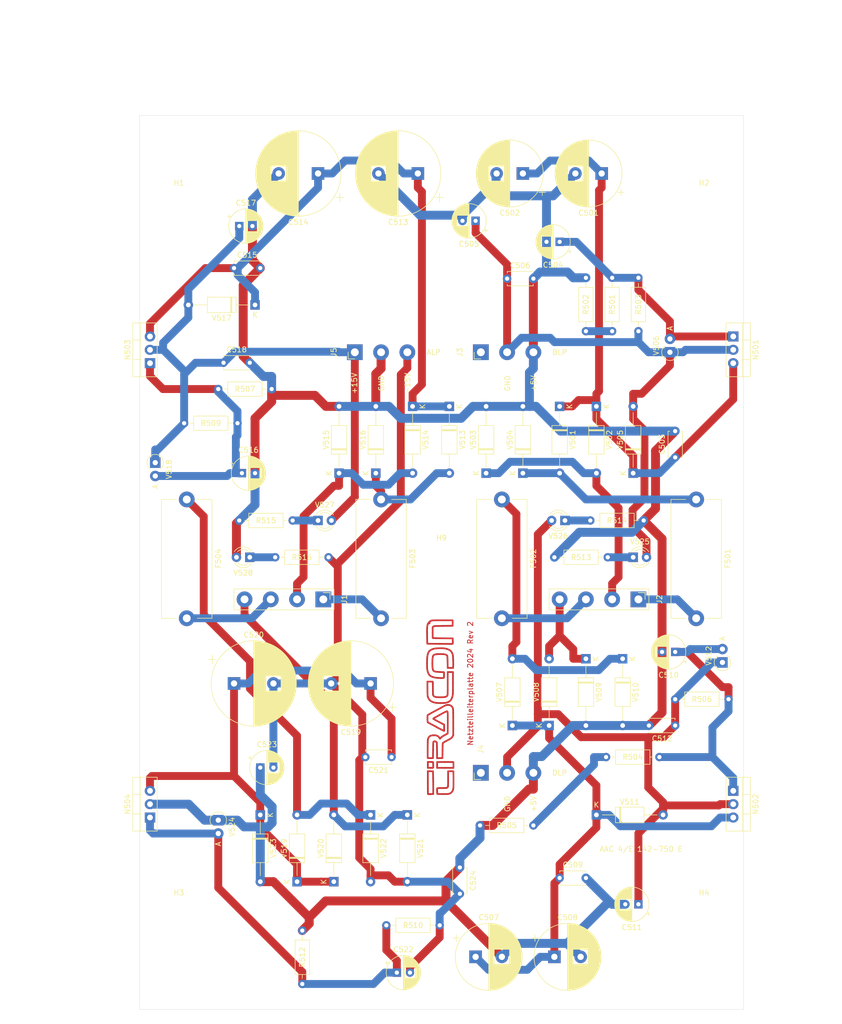
<source format=kicad_pcb>
(kicad_pcb (version 20221018) (generator pcbnew)

  (general
    (thickness 1.6)
  )

  (paper "A4")
  (layers
    (0 "F.Cu" signal)
    (31 "B.Cu" signal)
    (32 "B.Adhes" user "B.Adhesive")
    (33 "F.Adhes" user "F.Adhesive")
    (34 "B.Paste" user)
    (35 "F.Paste" user)
    (36 "B.SilkS" user "B.Silkscreen")
    (37 "F.SilkS" user "F.Silkscreen")
    (38 "B.Mask" user)
    (39 "F.Mask" user)
    (40 "Dwgs.User" user "User.Drawings")
    (41 "Cmts.User" user "User.Comments")
    (42 "Eco1.User" user "User.Eco1")
    (43 "Eco2.User" user "User.Eco2")
    (44 "Edge.Cuts" user)
    (45 "Margin" user)
    (46 "B.CrtYd" user "B.Courtyard")
    (47 "F.CrtYd" user "F.Courtyard")
    (48 "B.Fab" user)
    (49 "F.Fab" user)
  )

  (setup
    (pad_to_mask_clearance 0)
    (pcbplotparams
      (layerselection 0x00010fc_ffffffff)
      (plot_on_all_layers_selection 0x0000000_00000000)
      (disableapertmacros false)
      (usegerberextensions false)
      (usegerberattributes true)
      (usegerberadvancedattributes true)
      (creategerberjobfile true)
      (dashed_line_dash_ratio 12.000000)
      (dashed_line_gap_ratio 3.000000)
      (svgprecision 4)
      (plotframeref false)
      (viasonmask false)
      (mode 1)
      (useauxorigin false)
      (hpglpennumber 1)
      (hpglpenspeed 20)
      (hpglpendiameter 15.000000)
      (dxfpolygonmode true)
      (dxfimperialunits true)
      (dxfusepcbnewfont true)
      (psnegative false)
      (psa4output false)
      (plotreference true)
      (plotvalue true)
      (plotinvisibletext false)
      (sketchpadsonfab false)
      (subtractmaskfromsilk false)
      (outputformat 1)
      (mirror false)
      (drillshape 0)
      (scaleselection 1)
      (outputdirectory "NLP1_new")
    )
  )

  (net 0 "")
  (net 1 "GND")
  (net 2 "Net-(N501-VI)")
  (net 3 "Net-(N501-GND)")
  (net 4 "Net-(J3-Pin_2)")
  (net 5 "Net-(N502-VI)")
  (net 6 "Net-(N502-GND)")
  (net 7 "Net-(J4-Pin_2)")
  (net 8 "Net-(N503-VI)")
  (net 9 "Net-(N503-GND)")
  (net 10 "Net-(J5-Pin_1)")
  (net 11 "Net-(J5-Pin_3)")
  (net 12 "Net-(N504-VI)")
  (net 13 "Net-(N504-GND)")
  (net 14 "501")
  (net 15 "Net-(V501-A)")
  (net 16 "503")
  (net 17 "Net-(V507-A)")
  (net 18 "505")
  (net 19 "Net-(V513-A)")
  (net 20 "507")
  (net 21 "Net-(V519-A)")
  (net 22 "506")
  (net 23 "502")
  (net 24 "Net-(R501-Pad2)")
  (net 25 "Net-(R504-Pad2)")
  (net 26 "unconnected-(J3-Pin_1-Pad1)")
  (net 27 "unconnected-(J4-Pin_1-Pad1)")
  (net 28 "Net-(V525-K)")
  (net 29 "Net-(V526-K)")
  (net 30 "504")
  (net 31 "508")
  (net 32 "Net-(V527-K)")
  (net 33 "Net-(V528-K)")

  (footprint "LED_THT:LED_D3.0mm" (layer "F.Cu") (at 94 84))

  (footprint "MountingHole:MountingHole_10mm_M9" (layer "F.Cu") (at 12.5 7.5))

  (footprint "MountingHole:MountingHole_10mm_M9" (layer "F.Cu") (at 102.5 7.5))

  (footprint "MountingHole:MountingHole_10mm_M9" (layer "F.Cu") (at 12.5 162.5))

  (footprint "MountingHole:MountingHole_10mm_M9" (layer "F.Cu") (at 102.5 162.5))

  (footprint "MountingHole:MountingHole_3.7mm" (layer "F.Cu") (at 107.5 152.5))

  (footprint "MountingHole:MountingHole_3.7mm" (layer "F.Cu") (at 7.5 152.5))

  (footprint "MountingHole:MountingHole_3.7mm" (layer "F.Cu") (at 107.5 17.5))

  (footprint "MountingHole:MountingHole_3.7mm" (layer "F.Cu") (at 7.5 17.5))

  (footprint "Connector_PinHeader_2.54mm:PinHeader_1x03_P5mm_Vertical" (layer "F.Cu") (at 41 45 90))

  (footprint "Connector_PinHeader_2.54mm:PinHeader_1x03_P5mm_Vertical" (layer "F.Cu") (at 65 125 90))

  (footprint "Resistor_THT:R_Axial_DIN0207_L6.3mm_D2.5mm_P10.16mm_Horizontal" (layer "F.Cu") (at 85 41 90))

  (footprint "Resistor_THT:R_Axial_DIN0207_L6.3mm_D2.5mm_P10.16mm_Horizontal" (layer "F.Cu") (at 90 30.84 -90))

  (footprint "Package_TO_SOT_THT:TO-220-3_Vertical" (layer "F.Cu") (at 113.055 42 -90))

  (footprint "Capacitor_THT:CP_Radial_D12.5mm_P5.00mm" (layer "F.Cu") (at 88 11 180))

  (footprint "Capacitor_THT:CP_Radial_D12.5mm_P5.00mm" (layer "F.Cu") (at 73 11 180))

  (footprint "Capacitor_THT:C_Disc_D4.7mm_W2.5mm_P5.00mm" (layer "F.Cu") (at 102 65 90))

  (footprint "Capacitor_THT:CP_Radial_D6.3mm_P2.50mm" (layer "F.Cu") (at 80 24 180))

  (footprint "Capacitor_THT:CP_Radial_D6.3mm_P2.50mm" (layer "F.Cu") (at 64 20 180))

  (footprint "Capacitor_THT:C_Disc_D4.7mm_W2.5mm_P5.00mm" (layer "F.Cu") (at 70 31))

  (footprint "Capacitor_THT:CP_Radial_D12.5mm_P5.00mm" (layer "F.Cu")
    (tstamp 00000000-0000-0000-0000-000060aae87b)
    (at 64 160)
    (descr "CP, Radial series, Radial, pin pitch=5.00mm, , diameter=12.5mm, Electrolytic Capacitor")
    (tags "CP Radial series Radial pin pitch 5.00mm  diameter 12.5mm Electrolytic Capacitor")
    (property "Sheetfile" "NLP.kicad_sch")
    (property "Sheetname" "")
    (path "/00000000-0000-0000-0000-000060b2811d")
    (attr through_hole)
    (fp_text reference "C507" (at 2.5 -7.5) (layer "F.SilkS")
        (effects (font (size 1 1) (thickness 0.15)))
      (tstamp bc086619-669f-4ea2-a0eb-9d0e131562dc)
    )
    (fp_text value "2200µ/16V" (at 2.5 7.5) (layer "F.Fab")
        (effects (font (size 1 1) (thickness 0.15)))
      (tstamp 348b7e80-1b56-4210-90ae-278ff3eb4cd0)
    )
    (fp_text user "${REFERENCE}" (at 2.5 0) (layer "F.Fab")
        (effects (font (size 1 1) (thickness 0.15)))
      (tstamp ac9fad7c-a042-4b4a-b167-d41af5749816)
    )
    (fp_line (start -4.317082 -3.575) (end -3.067082 -3.575)
      (stroke (width 0.12) (type solid)) (layer "F.SilkS") (tstamp ca3e5c51-6c6e-431f-a6ca-e0b3cd4f6ce7))
    (fp_line (start -3.692082 -4.2) (end -3.692082 -2.95)
      (stroke (width 0.12) (type solid)) (layer "F.SilkS") (tstamp 891829cc-169a-4f12-ac4e-c9b1e45a6ab7))
    (fp_line (start 2.5 -6.33) (end 2.5 6.33)
      (stroke (width 0.12) (type solid)) (layer "F.SilkS") (tstamp 4e83a7d6-3990-4cdd-9da0-b5fe22f09fb1))
    (fp_line (start 2.54 -6.33) (end 2.54 6.33)
      (stroke (width 0.12) (type solid)) (layer "F.SilkS") (tstamp 3e038e06-3971-4d57-965d-e90be8829127))
    (fp_line (start 2.58 -6.33) (end 2.58 6.33)
      (stroke (width 0.12) (type solid)) (layer "F.SilkS") (tstamp adb254ef-405f-4190-bb07-efafc578bde0))
    (fp_line (start 2.62 -6.329) (end 2.62 6.329)
      (stroke (width 0.12) (type solid)) (layer "F.SilkS") (tstamp a0c12d43-b0f3-447b-bb45-1c4ec4531ac6))
    (fp_line (start 2.66 -6.328) (end 2.66 6.328)
      (stroke (width 0.12) (type solid)) (layer "F.SilkS") (tstamp b6bc1eac-06c5-4814-b5d0-22790d674ef5))
    (fp_line (start 2.7 -6.327) (end 2.7 6.327)
      (stroke (width 0.12) (type solid)) (layer "F.SilkS") (tstamp 594d57cc-671e-42c0-9b11-1bdd8c784276))
    (fp_line (start 2.74 -6.326) (end 2.74 6.326)
      (stroke (width 0.12) (type solid)) (layer "F.SilkS") (tstamp 47303c51-7c47-4331-b679-c1966c0d5f9b))
    (fp_line (start 2.78 -6.324) (end 2.78 6.324)
      (stroke (width 0.12) (type solid)) (layer "F.SilkS") (tstamp dda6bbf0-2f96-416b-aa94-2ff579294c7c))
    (fp_line (start 2.82 -6.322) (end 2.82 6.322)
      (stroke (width 0.12) (type solid)) (layer "F.SilkS") (tstamp 707b3d5f-43a8-4e10-921e-099acabc39d0))
    (fp_line (start 2.86 -6.32) (end 2.86 6.32)
      (stroke (width 0.12) (type solid)) (layer "F.SilkS") (tstamp b8c43310-2034-423c-a5de-4853dbe0298f))
    (fp_line (start 2.9 -6.318) (end 2.9 6.318)
      (stroke (width 0.12) (type solid)) (layer "F.SilkS") (tstamp d8165c6b-c451-4153-b8da-3adab899e3fc))
    (fp_line (start 2.94 -6.315) (end 2.94 6.315)
      (stroke (width 0.12) (type solid)) (layer "F.SilkS") (tstamp 4897a228-d94f-47fe-90d2-5046f61a6a9f))
    (fp_line (start 2.98 -6.312) (end 2.98 6.312)
      (stroke (width 0.12) (type solid)) (layer "F.SilkS") (tstamp c34fc74c-5f9b-412d-acc4-335468bba71d))
    (fp_line (start 3.02 -6.309) (end 3.02 6.309)
      (stroke (width 0.12) (type solid)) (layer "F.SilkS") (tstamp 68bb24a5-936b-46ba-8071-5704a9e66a85))
    (fp_line (start 3.06 -6.306) (end 3.06 6.306)
      (stroke (width 0.12) (type solid)) (layer "F.SilkS") (tstamp 6f7a507a-f0fd-46ed-b5c7-8b3e628f53c7))
    (fp_line (start 3.1 -6.302) (end 3.1 6.302)
      (stroke (width 0.12) (type solid)) (layer "F.SilkS") (tstamp a06a138d-ae58-4c41-bddb-849cabf5e21b))
    (fp_line (start 3.14 -6.298) (end 3.14 6.298)
      (stroke (width 0.12) (type solid)) (layer "F.SilkS") (tstamp 6cccbf91-7762-4eae-9c1b-5083d6f9296e))
    (fp_line (start 3.18 -6.294) (end 3.18 6.294)
      (stroke (width 0.12) (type solid)) (layer "F.SilkS") (tstamp 6364cdbe-63aa-4945-8535-70cfd0708e25))
    (fp_line (start 3.221 -6.29) (end 3.221 6.29)
      (stroke (width 0.12) (type solid)) (layer "F.SilkS") (tstamp dd71eb64-edf0-4c24-b685-326a18ced54e))
    (fp_line (start 3.261 -6.285) (end 3.261 6.285)
      (stroke (width 0.12) (type solid)) (layer "F.SilkS") (tstamp 34963a40-3a36-483b-b492-33da809b0eeb))
    (fp_line (start 3.301 -6.28) (end 3.301 6.28)
      (stroke (width 0.12) (type solid)) (layer "F.SilkS") (tstamp f154b253-515e-449a-964a-8d3e15fc8793))
    (fp_line (start 3.341 -6.275) (end 3.341 6.275)
      (stroke (width 0.12) (type solid)) (layer "F.SilkS") (tstamp 35cba27a-68ea-48a5-a1ba-16fae5bd08f3))
    (fp_line (start 3.381 -6.269) (end 3.381 6.269)
      (stroke (width 0.12) (type solid)) (layer "F.SilkS") (tstamp 052de3f7-14ee-4f3d-8e1f-8c011d7f251f))
    (fp_line (start 3.421 -6.264) (end 3.421 6.264)
      (stroke (width 0.12) (type solid)) (layer "F.SilkS") (tstamp 406058d3-4477-4047-b5a7-ece6324513e9))
    (fp_line (start 3.461 -6.258) (end 3.461 6.258)
      (stroke (width 0.12) (type solid)) (layer "F.SilkS") (tstamp cc4321cc-8782-4e08-8722-e2269cd79ccc))
    (fp_line (start 3.501 -6.252) (end 3.501 6.252)
      (stroke (width 0.12) (type solid)) (layer "F.SilkS") (tstamp 350f71a1-c4b0-45f4-9e8e-07684125b0e0))
    (fp_line (start 3.541 -6.245) (end 3.541 6.245)
      (stroke (width 0.12) (type solid)) (layer "F.SilkS") (tstamp 28eebce2-dd4e-4ef8-be98-a653d99be173))
    (fp_line (start 3.581 -6.238) (end 3.581 -1.44)
      (stroke (width 0.12) (type solid)) (layer "F.SilkS") (tstamp dc349898-5396-4de4-b040-dd129182cbfa))
    (fp_line (start 3.581 1.44) (end 3.581 6.238)
      (stroke (width 0.12) (type solid)) (layer "F.SilkS") (tstamp 6a569767-1d85-4d18-b446-9e42cc93387b))
    (fp_line (start 3.621 -6.231) (end 3.621 -1.44)
      (stroke (width 0.12) (type solid)) (layer "F.SilkS") (tstamp 6dd6888b-3132-433d-bc7b-708303cce4c2))
    (fp_line (start 3.621 1.44) (end 3.621 6.231)
      (stroke (width 0.12) (type solid)) (layer "F.SilkS") (tstamp a4eddbea-b272-457a-bbb0-172a115ca710))
    (fp_line (start 3.661 -6.224) (end 3.661 -1.44)
      (stroke (width 0.12) (type solid)) (layer "F.SilkS") (tstamp fdffe5ff-a241-409f-b4b1-354395ebdff6))
    (fp_line (start 3.661 1.44) (end 3.661 6.224)
      (stroke (width 0.12) (type solid)) (layer "F.SilkS") (tstamp 92b37ea9-b0dd-403c-a4dd-7ea7578556ec))
    (fp_line (start 3.701 -6.216) (end 3.701 -1.44)
      (stroke (width 0.12) (type solid)) (layer "F.SilkS") (tstamp 3d64aff5-f3d7-4b32-af79-9f2051238ab5))
    (fp_line (start 3.701 1.44) (end 3.701 6.216)
      (stroke (width 0.12) (type solid)) (layer "F.SilkS") (tstamp ec9a69ee-ab2e-4320-8400-7e4986daeee3))
    (fp_line (start 3.741 -6.209) (end 3.741 -1.44)
      (stroke (width 0.12) (type solid)) (layer "F.SilkS") (tstamp d4f8fd9d-0250-4d0f-82a2-7755c9eddd16))
    (fp_line (start 3.741 1.44) (end 3.741 6.209)
      (stroke (width 0.12) (type solid)) (layer "F.SilkS") (tstamp 5c62f533-6ebe-47ab-8b81-a1d39005fc1c))
    (fp_line (start 3.781 -6.201) (end 3.781 -1.44)
      (stroke (width 0.12) (type solid)) (layer "F.SilkS") (tstamp 77ac9dad-26d1-451e-adbc-eb53b7568f75))
    (fp_line (start 3.781 1.44) (end 3.781 6.201)
      (stroke (width 0.12) (type solid)) (layer "F.SilkS") (tstamp 9393a60d-65ff-44ca-a710-ab22c9ac2b10))
    (fp_line (start 3.821 -6.192) (end 3.821 -1.44)
      (stroke (width 0.12) (type solid)) (layer "F.SilkS") (tstamp 3cb16902-d0c6-48b4-91f4-ee14071faeb4))
    (fp_line (start 3.821 1.44) (end 3.821 6.192)
      (stroke (width 0.12) (type solid)) (layer "F.SilkS") (tstamp 8293afb6-e88d-473e-a64a-efe341f691cf))
    (fp_line (start 3.861 -6.184) (end 3.861 -1.44)
      (stroke (width 0.12) (type solid)) (layer "F.SilkS") (tstamp 9caac255-090c-48c8-84b4-fad9c18cc9b1))
    (fp_line (start 3.861 1.44) (end 3.861 6.184)
      (stroke (width 0.12) (type solid)) (layer "F.SilkS") (tstamp 9f743aa2-57e3-44fb-b0ae-2301c582f16b))
    (fp_line (start 3.901 -6.175) (end 3.901 -1.44)
      (stroke (width 0.12) (type solid)) (layer "F.SilkS") (tstamp 5fc07aab-75fb-4b14-b5a1-db871054f3c6))
    (fp_line (start 3.901 1.44) (end 3.901 6.175)
      (stroke (width 0.12) (type solid)) (layer "F.SilkS") (tstamp 4e25d1a4-0911-4640-8a88-694837fed771))
    (fp_line (start 3.941 -6.166) (end 3.941 -1.44)
      (stroke (width 0.12) (type solid)) (layer "F.SilkS") (tstamp e1e587cd-e4b9-4ce3-9343-256398c1c156))
    (fp_line (start 3.941 1.44) (end 3.941 6.166)
      (stroke (width 0.12) (type solid)) (layer "F.SilkS") (tstamp 6d0bf4e0-c794-45a4-b512-885b1a0c7ee7))
    (fp_line (start 3.981 -6.156) (end 3.981 -1.44)
      (stroke (width 0.12) (type solid)) (layer "F.SilkS") (tstamp 3faff5f1-59d8-4837-88b8-396286f9f9aa))
    (fp_line (start 3.981 1.44) (end 3.981 6.156)
      (stroke (width 0.12) (type solid)) (layer "F.SilkS") (tstamp ff88348d-5bc8-482c-9ef2-1b039ee27d7d))
    (fp_line (start 4.021 -6.146) (end 4.021 -1.44)
      (stroke (width 0.12) (type solid)) (layer "F.SilkS") (tstamp 47b065f8-ecee-4b3d-99f9-4e0d171966c6))
    (fp_line (start 4.021 1.44) (end 4.021 6.146)
      (stroke (width 0.12) (type solid)) (layer "F.SilkS") (tstamp 0db9e49a-4df8-433e-b34a-2ec54a1a4110))
    (fp_line (start 4.061 -6.137) (end 4.061 -1.44)
      (stroke (width 0.12) (type solid)) (layer "F.SilkS") (tstamp 066c09b6-a184-40bf-8dda-7a338379c473))
    (fp_line (start 4.061 1.44) (end 4.061 6.137)
      (stroke (width 0.12) (type solid)) (layer "F.SilkS") (tstamp fab36cab-97d6-417d-bef3-0e9fc96b5c92))
    (fp_line (start 4.101 -6.126) (end 4.101 -1.44)
      (stroke (width 0.12) (type solid)) (layer "F.SilkS") (tstamp 811c150f-a95d-4ada-ae61-f19a51b0ad95))
    (fp_line (start 4.101 1.44) (end 4.101 6.126)
      (stroke (width 0.12) (type solid)) (layer "F.SilkS") (tstamp 314626ac-a8dc-4089-9e13-05c24e5cc9c6))
    (fp_line (start 4.141 -6.116) (end 4.141 -1.44)
      (stroke (width 0.12) (type solid)) (layer "F.SilkS") (tstamp 12c4c9c4-c1ff-43c7-ad1d-5c7013141bd8))
    (fp_line (start 4.141 1.44) (end 4.141 6.116)
      (stroke (width 0.12) (type solid)) (layer "F.SilkS") (tstamp 39169ad9-8530-4e37-bc6e-63550ddddbd8))
    (fp_line (start 4.181 -6.105) (end 4.181 -1.44)
      (stroke (width 0.12) (type solid)) (layer "F.SilkS") (tstamp 15a2789a-4a55-452e-bff2-400e3383d223))
    (fp_line (start 4.181 1.44) (end 4.181 6.105)
      (stroke (width 0.12) (type solid)) (layer "F.SilkS") (tstamp edc862bf-4acb-4b34-bda8-5c6ed8894c13))
    (fp_line (start 4.221 -6.094) (end 4.221 -1.44)
      (stroke (width 0.12) (type solid)) (layer "F.SilkS") (tstamp ec5368e9-3929-4c1d-8b8a-08e231035555))
    (fp_line (start 4.221 1.44) (end 4.221 6.094)
      (stroke (width 0.12) (type solid)) (layer "F.SilkS") (tstamp 07d90808-a96c-4489-ba84-a064aa9a85c4))
    (fp_line (start 4.261 -6.083) (end 4.261 -1.44)
      (stroke (width 0.12) (type solid)) (layer "F.SilkS") (tstamp c1bd99c7-be7b-4919-8a91-67cafdd102ed))
    (fp_line (start 4.261 1.44) (end 4.261 6.083)
      (stroke (width 0.12) (type solid)) (layer "F.SilkS") (tstamp efe7f75d-4236-4e76-b044-239538432b47))
    (fp_line (start 4.301 -6.071) (end 4.301 -1.44)
      (stroke (width 0.12) (type solid)) (layer "F.SilkS") (tstamp 0af74859-cc4f-4028-a749-078f230055d9))
    (fp_line (start 4.301 1.44) (end 4.301 6.071)
      (stroke (width 0.12) (type solid)) (layer "F.SilkS") (tstamp be00d12a-809e-4ee1-9a64-3bf5d21440b2))
    (fp_line (start 4.341 -6.059) (end 4.341 -1.44)
      (stroke (width 0.12) (type solid)) (layer "F.SilkS") (tstamp 97495380-44b6-483e-933a-f19812a1bf8e))
    (fp_line (start 4.341 1.44) (end 4.341 6.059)
      (stroke (width 0.12) (type solid)) (layer "F.SilkS") (tstamp 2ebf6970-dc0f-4077-961b-9783573dbbc0))
    (fp_line (start 4.381 -6.047) (end 4.381 -1.44)
      (stroke (width 0.12) (type solid)) (layer "F.SilkS") (tstamp 0901d6d5-0672-4b4d-a617-77a55a452769))
    (fp_line (start 4.381 1.44) (end 4.381 6.047)
      (stroke (width 0.12) (type solid)) (layer "F.SilkS") (tstamp 407119f0-10d2-4cdd-bca9-123998001703))
    (fp_line (start 4.421 -6.034) (end 4.421 -1.44)
      (stroke (width 0.12) (type solid)) (layer "F.SilkS") (tstamp f40293fe-90e5-4e45-a450-a6d0ad857538))
    (fp_line (start 4.421 1.44) (end 4.421 6.034)
      (stroke (width 0.12) (type solid)) (layer "F.SilkS") (tstamp 2e59b36c-61b2-4891-bdf8-f466186d6916))
    (fp_line (start 4.461 -6.021) (end 4.461 -1.44)
      (stroke (width 0.12) (type solid)) (layer "F.SilkS") (tstamp c83cf46f-276e-40bb-ab4b-fc625898007d))
    (fp_line (start 4.461 1.44) (end 4.461 6.021)
      (stroke (width 0.12) (type solid)) (layer "F.SilkS") (tstamp d28d7a8d-8f6a-41e8-89f6-b0e7a177d0ff))
    (fp_line (start 4.501 -6.008) (end 4.501 -1.44)
      (stroke (width 0.12) (type solid)) (layer "F.SilkS") (tstamp 65352566-e503-48b1-93d0-413fda933610))
    (fp_line (start 4.501 1.44) (end 4.501 6.008)
      (stroke (width 0.12) (type solid)) (layer "F.SilkS") (tstamp b542733c-0d6b-46a8-8f16-c3f5e64081eb))
    (fp_line (start 4.541 -5.995) (end 4.541 -1.44)
      (stroke (width 0.12) (type solid)) (layer "F.SilkS") (tstamp fd6c3b26-e9b8-494e-8858-0a150ed065dd))
    (fp_line (start 4.541 1.44) (end 4.541 5.995)
      (stroke (width 0.12) (type solid)) (layer "F.SilkS") (tstamp 637b255f-74a4-449a-b936-a0cccc9e8a63))
    (fp_line (start 4.581 -5.981) (end 4.581 -1.44)
      (stroke (width 0.12) (type solid)) (layer "F.SilkS") (tstamp 83793dd5-e9b0-46cb-9d7b-b97e2983c607))
    (fp_line (start 4.581 1.44) (end 4.581 5.981)
      (stroke (width 0.12) (type solid)) (layer "F.SilkS") (tstamp e1f846dd-4923-4fec-8120-5310bbf66bbe))
    (fp_line (start 4.621 -5.967) (end 4.621 -1.44)
      (stroke (width 0.12) (type solid)) (layer "F.SilkS") (tstamp f0363011-9db6-4b66-877e-f7ee5f18395c))
    (fp_line (start 4.621 1.44) (end 4.621 5.967)
      (stroke (width 0.12) (type solid)) (layer "F.SilkS") (tstamp dd4c390a-7d91-4323-b2fa-f79eb14a6c34))
    (fp_line (start 4.661 -5.953) (end 4.661 -1.44)
      (stroke (width 0.12) (type solid)) (layer "F.SilkS") (tstamp 3bb02ccd-a609-4564-849b-1fd85b70414e))
    (fp_line (start 4.661 1.44) (end 4.661 5.953)
      (stroke (width 0.12) (type solid)) (layer "F.SilkS") (tstamp 452c3887-d1ec-4ea3-b754-b846539daf11))
    (fp_line (start 4.701 -5.939) (end 4.701 -1.44)
      (stroke (width 0.12) (type solid)) (layer "F.SilkS") (tstamp a024a8af-0aab-4867-af33-8e7a1ebc88c9))
    (fp_line (start 4.701 1.44) (end 4.701 5.939)
      (stroke (width 0.12) (type solid)) (layer "F.SilkS") (tstamp 49231826-2948-4ad2-bee6-eb8ee0830aa4))
    (fp_line (start 4.741 -5.924) (end 4.741 -1.44)
      (stroke (width 0.12) (type solid)) (layer "F.SilkS") (tstamp 8deae1e0-f163-4d5b-bc65-e34032a1555f))
    (fp_line (start 4.741 1.44) (end 4.741 5.924)
      (stroke (width 0.12) (type solid)) (layer "F.SilkS") (tstamp 15c1c596-ce21-4497-a3ce-94c6a40789b0))
    (fp_line (start 4.781 -5.908) (end 4.781 -1.44)
      (stroke (width 0.12) (type solid)) (layer "F.SilkS") (tstamp 677232a6-aca5-4f2e-9851-0d09a94e1519))
    (fp_line (start 4.781 1.44) (end 4.781 5.908)
      (stroke (width 0.12) (type solid)) (layer "F.SilkS") (tstamp af5064b0-3182-4356-93f6-31a1d906b3b7))
    (fp_line (start 4.821 -5.893) (end 4.821 -1.44)
      (stroke (width 0.12) (type solid)) (layer "F.SilkS") (tstamp 98a1bb95-4a6b-4f86-a8db-f5d45a28a4ca))
    (fp_line (start 4.821 1.44) (end 4.821 5.893)
      (stroke (width 0.12) (type solid)) (layer "F.SilkS") (tstamp ccffab51-9418-419b-9409-2124aced0d5a))
    (fp_line (start 4.861 -5.877) (end 4.861 -1.44)
      (stroke (width 0.12) (type solid)) (layer "F.SilkS") (tstamp a564b484-7c74-40c9-a911-b011cb0bb6d2))
    (fp_line (start 4.861 1.44) (end 4.861 5.877)
      (stroke (width 0.12) (type solid)) (layer "F.SilkS") (tstamp 7fafd49a-7e79-4059-a4c3-f39cb4a21de6))
    (fp_line (start 4.901 -5.861) (end 4.901 -1.44)
      (stroke (width 0.12) (type solid)) (layer "F.SilkS") (tstamp 19e3fd7b-457d-443f-b2a3-0e165a83da30))
    (fp_line (start 4.901 1.44) (end 4.901 5.861)
      (stroke (width 0.12) (type solid)) (layer "F.SilkS") (tstamp 491c2002-e6c4-4d53-a9fe-375b41c208f2))
    (fp_line (start 4.941 -5.845) (end 4.941 -1.44)
      (stroke (width 0.12) (type solid)) (layer "F.SilkS") (tstamp ce756149-b393-47af-bcb9-f773fb987577))
    (fp_line (start 4.941 1.44) (end 4.941 5.845)
      (stroke (width 0.12) (type solid)) (layer "F.SilkS") (tstamp 499a8045-d42c-4181-911a-6ef0c47511a0))
    (fp_line (start 4.981 -5.828) (end 4.981 -1.44)
      (stroke (width 0.12) (type solid)) (layer "F.SilkS") (tstamp d48969c0-5a8e-4d7a-8ce6-052100cabdb6))
    (fp_line (start 4.981 1.44) (end 4.981 5.828)
      (stroke (width 0.12) (type solid)) (layer "F.SilkS") (tstamp 08591f06-81e4-4be4-9a49-af9e13dae7b7))
    (fp_line (start 5.021 -5.811) (end 5.021 -1.44)
      (stroke (width 0.12) (type solid)) (layer "F.SilkS") (tstamp 829beb53-3d51-43bd-97d6-8d2fa1f78d22))
    (fp_line (start 5.021 1.44) (end 5.021 5.811)
      (stroke (width 0.12) (type solid)) (layer "F.SilkS") (tstamp 206e6642-1ee5-4388-8e10-5c563995aee2))
    (fp_line (start 5.061 -5.793) (end 5.061 -1.44)
      (stroke (width 0.12) (type solid)) (layer "F.SilkS") (tstamp 309a53e6-5377-417c-95a5-bd91bf3af196))
    (fp_line (start 5.061 1.44) (end 5.061 5.793)
      (stroke (width 0.12) (type solid)) (layer "F.SilkS") (tstamp 7826c89c-0d2c-481c-a60f-c740db980566))
    (fp_line (start 5.101 -5.776) (end 5.101 -1.44)
      (stroke (width 0.12) (type solid)) (layer "F.SilkS") (tstamp 09d62406-f453-4171-b50c-6ca4caac89df))
    (fp_line (start 5.101 1.44) (end 5.101 5.776)
      (stroke (width 0.12) (type solid)) (layer "F.SilkS") (tstamp a3bcb0d5-199f-417a-bdda-58262ed57777))
    (fp_line (start 5.141 -5.758) (end 5.141 -1.44)
      (stroke (width 0.12) (type solid)) (layer "F.SilkS") (tstamp cb5d48ee-35f6-4788-9aee-1be40b808988))
    (fp_line (start 5.141 1.44) (end 5.141 5.758)
      (stroke (width 0.12) (type solid)) (layer "F.SilkS") (tstamp a07be27d-dc9a-400a-91de-b53ef8e6dc42))
    (fp_line (start 5.181 -5.739) (end 5.181 -1.44)
      (stroke (width 0.12) (type solid)) (layer "F.SilkS") (tstamp 44f3b9b5-081d-4040-a572-d26e76ad0670))
    (fp_line (start 5.181 1.44) (end 5.181 5.739)
      (stroke (width 0.12) (type solid)) (layer "F.SilkS") (tstamp 0e9ccead-8e9b-4285-84f1-76fe4141dbae))
    (fp_line (start 5.221 -5.721) (end 5.221 -1.44)
      (stroke (width 0.12) (type solid)) (layer "F.SilkS") (tstamp 443fb762-9f88-47e9-90be-ba8c3ee4d203))
    (fp_line (start 5.221 1.44) (end 5.221 5.721)
      (stroke (width 0.12) (type solid)) (layer "F.SilkS") (tstamp d8f680a8-3f22-4449-9f1e-c0e0b13b1789))
    (fp_line (start 5.261 -5.702) (end 5.261 -1.44)
      (stroke (width 0.12) (type solid)) (layer "F.SilkS") (tstamp 9e418f6d-2116-4ff7-9a57-bc2781cfb8bf))
    (fp_line (start 5.261 1.44) (end 5.261 5.702)
      (stroke (width 0.12) (type solid)) (layer "F.SilkS") (tstamp dd3e5030-4363-47b9-af0e-cf2429fe9ae7))
    (fp_line (start 5.301 -5.682) (end 5.301 -1.44)
      (stroke (width 0.12) (type solid)) (layer "F.SilkS") (tstamp a1e19979-95c8-4cd4-acd4-b270243229bf))
    (fp_line (start 5.301 1.44) (end 5.301 5.682)
      (stroke (width 0.12) (type solid)) (layer "F.SilkS") (tstamp a30c47e9-7f3e-443a-8fbe-7f1c391a89f7))
    (fp_line (start 5.341 -5.662) (end 5.341 -1.44)
      (stroke (width 0.12) (type solid)) (layer "F.SilkS") (tstamp a6708156-b555-46ef-b4c4-e80e58448aea))
    (fp_line (start 5.341 1.44) (end 5.341 5.662)
      (stroke (width 0.12) (type solid)) (layer "F.SilkS") (tstamp 1779c729-22af-4de8-bc16-cd5559edcf2f))
    (fp_line (start 5.381 -5.642) (end 5.381 -1.44)
      (stroke (width 0.12) (type solid)) (layer "F.SilkS") (tstamp f488e125-c52c-480d-b218-177fee22bb14))
    (fp_line (start 5.381 1.44) (end 5.381 5.642)
      (stroke (width 0.12) (type solid)) (layer "F.SilkS") (tstamp 562d5678-03d8-403d-9ce9-323530911915))
    (fp_line (start 5.421 -5.622) (end 5.421 -1.44)
      (stroke (width 0.12) (type solid)) (layer "F.SilkS") (tstamp 6664bef7-3dd9-41ef-bd65-bd96100dc183))
    (fp_line (start 5.421 1.44) (end 5.421 5.622)
      (stroke (width 0.12) (type solid)) (layer "F.SilkS") (tstamp fde85d8e-fd29-4135-968e-a044e7b2b3e6))
    (fp_line (start 5.461 -5.601) (end 5.461 -1.44)
      (stroke (width 0.12) (type solid)) (layer "F.SilkS") (tstamp d45cfb66-f094-4ef9-99f4-4fc3b0ac5e48))
    (fp_line (start 5.461 1.44) (end 5.461 5.601)
      (stroke (width 0.12) (type solid)) (layer "F.SilkS") (tstamp f31c7d72-b65f-4e67-a079-dca02878814a))
    (fp_line (start 5.501 -5.58) (end 5.501 -1.44)
      (stroke (width 0.12) (type solid)) (layer "F.SilkS") (tstamp 56b87c84-7ab2-4b25-bcd1-3f9ef263c914))
    (fp_line (start 5.501 1.44) (end 5.501 5.58)
      (stroke (width 0.12) (type solid)) (layer "F.SilkS") (tstamp 76dc0c9f-9efa-4624-8f64-3f09146df123))
    (fp_line (start 5.541 -5.558) (end 5.541 -1.44)
      (stroke (width 0.12) (type solid)) (layer "F.SilkS") (tstamp 2e1ae02f-6253-4c96-a49f-cb70c5373733))
    (fp_line (start 5.541 1.44) (end 5.541 5.558)
      (stroke (width 0.12) (type solid)) (layer "F.SilkS") (tstamp 3f8dcf7a-2b64-4249-a992-d451875bec16))
    (fp_line (start 5.581 -5.536) (end 5.581 -1.44)
      (stroke (width 0.12) (type solid)) (layer "F.SilkS") (tstamp 42bd2012-3a4d-4367-b262-c2369f2a6b42))
    (fp_line (start 5.581 1.44) (end 5.581 5.536)
      (stroke (width 0.12) (type solid)) (layer "F.SilkS") (tstamp 1360e6cc-8bc8-4714-8f76-13dfc38168b6))
    (fp_line (start 5.621 -5.514) (end 5.621 -1.44)
      (stroke (width 0.12) (type solid)) (layer "F.SilkS") (tstamp cd89e2bd-7890-4f94-bb4f-0347a2311e75))
    (fp_line (start 5.621 1.44) (end 5.621 5.514)
      (stroke (width 0.12) (type solid)) (layer "F.SilkS") (tstamp dd83453c-0136-489a-b0c0-3feedb06f634))
    (fp_line (start 5.661 -5.491) (end 5.661 -1.44)
      (stroke (width 0.12) (type solid)) (layer "F.SilkS") (tstamp 99dee4c9-7936-4c5e-842d-9a8d2657ea57))
    (fp_line (start 5.661 1.44) (end 5.661 5.491)
      (stroke (width 0.12) (type solid)) (layer "F.SilkS") (tstamp 8598e25a-3da3-4eef-86d6-ca17fcc60771))
    (fp_line (start 5.701 -5.468) (end 5.701 -1.44)
      (stroke (width 0.12) (type solid)) (layer "F.SilkS") (tstamp 47ab47e6-ffaf-467e-961f-56ba24ccdc8a))
    (fp_line (start 5.701 1.44) (end 5.701 5.468)
      (stroke (width 0.12) (type solid)) (layer "F.SilkS") (tstamp 0bdf8a19-4757-4233-8615-970ef4fa46f6))
    (fp_line (start 5.741 -5.445) (end 5.741 -1.44)
      (stroke (width 0.12) (type solid)) (layer "F.SilkS") (tstamp 97f06b5f-dce2-4e96-ae67-d5a214f8e078))
    (fp_line (start 5.741 1.44) (end 5.741 5.445)
      (stroke (width 0.12) (type solid)) (layer "F.SilkS") (tstamp 056574f2-a13d-4e36-97a8-f9ddfa63165d))
    (fp_line (start 5.781 -5.421) (end 5.781 -1.44)
      (stroke (width 0.12) (type solid)) (layer "F.SilkS") (tstamp 67aee5b6-a920-4bb3-aa8e-660d25bd3c9f))
    (fp_line (start 5.781 1.44) (end 5.781 5.421)
      (stroke (width 0.12) (type solid)) (layer "F.SilkS") (tstamp 36f22ce7-8426-4ebd-9101-bbe6987dd5f2))
    (fp_line (start 5.821 -5.397) (end 5.821 -1.44)
      (stroke (width 0.12) (type solid)) (layer "F.SilkS") (tstamp 7552b1fb-bb84-412a-a71e-b6e69f96a117))
    (fp_line (start 5.821 1.44) (end 5.821 5.397)
      (stroke (width 0.12) (type solid)) (layer "F.SilkS") (tstamp cedef8fb-8b2f-4670-86b6-9394c1a8fed5))
    (fp_line (start 5.861 -5.372) (end 5.861 -1.44)
      (stroke (width 0.12) (type solid)) (layer "F.SilkS") (tstamp 630c8d5f-6acf-446c-b803-85a329b9d9ce))
    (fp_line (start 5.861 1.44) (end 5.861 5.372)
      (stroke (width 0.12) (type solid)) (layer "F.SilkS") (tstamp a05449c6-b380-4084-933c-57c7f7744f71))
    (fp_line (start 5.901 -5.347) (end 5.901 -1.44)
      (stroke (width 0.12) (type solid)) (layer "F.SilkS") (tstamp 9f8a5a94-620d-448b-9a48-fbbd69ead05f))
    (fp_line (start 5.901 1.44) (end 5.901 5.347)
      (stroke (width 0.12) (type solid)) (layer "F.SilkS") (tstamp aa5ef4a6-3c85-44fd-9eb9-3ee4c2848f4b))
    (fp_line (start 5.941 -5.322) (end 5.941 -1.44)
      (stroke (width 0.12) (type solid)) (layer "F.SilkS") (tstamp a034e867-788c-42df-aace-746329202d17))
    (fp_line (start 5.941 1.44) (end 5.941 5.322)
      (stroke (width 0.12) (type solid)) (layer "F.SilkS") (tstamp 0b1e60c0-da75-41be-9c7f-576f52074263))
    (fp_line (start 5.981 -5.296) (end 5.981 -1.44)
      (stroke (width 0.12) (type solid)) (layer "F.SilkS") (tstamp 233f9d42-cb97-4df3-bd89-29647b7526ff))
    (fp_line (start 5.981 1.44) (end 5.981 5.296)
      (stroke (width 0.12) (type solid)) (layer "F.SilkS") (tstamp 7079aae9-645e-4b82-9f93-e49aa8f4919d))
    (fp_line (start 6.021 -5.27) (end 6.021 -1.44)
      (stroke (width 0.12) (type solid)) (layer "F.SilkS") (tstamp 36dba819-df53-426a-b19e-739bb52714ca))
    (fp_line (start 6.021 1.44) (end 6.021 5.27)
      (stroke (width 0.12) (type solid)) (layer "F.SilkS") (tstamp 0f94d22b-15a6-44ee-a872-cb59319576b9))
    (fp_line (start 6.061 -5.243) (end 6.061 -1.44)
      (stroke (width 0.12) (type solid)) (layer "F.SilkS") (tstamp 27d9109c-ad5e-4c76-94ea-643b976cf35b))
    (fp_line (start 6.061 1.44) (end 6.061 5.243)
      (stroke (width 0.12) (type solid)) (layer "F.SilkS") (tstamp a4bded97-1c4a-4ef4-8a00-2712d0a4b961))
    (fp_line (start 6.101 -5.216) (end 6.101 -1.44)
      (stroke (width 0.12) (type solid)) (layer "F.SilkS") (tstamp 4a1d101d-d7a4-4081-95ab-2d5ec733c9ab))
    (fp_line (start 6.101 1.44) (end 6.101 5.216)
      (stroke (width 0.12) (type solid)) (layer "F.SilkS") (tstamp f0061a3b-f22b-4466-953e-50cfff1ce202))
    (fp_line (start 6.141 -5.188) (end 6.141 -1.44)
      (stroke (width 0.12) (type solid)) (layer "F.SilkS") (tstamp 07918642-d0c6-41b9-9489-8231d567152f))
    (fp_line (start 6.141 1.44) (end 6.141 5.188)
      (stroke (width 0.12) (type solid)) (layer "F.SilkS") (tstamp e54ae3d7-04cf-457e-bf11-90515789afc4))
    (fp_line (start 6.181 -5.16) (end 6.181 -1.44)
      (stroke (width 0.12) (type solid)) (layer "F.SilkS") (tstamp d15bf2b1-09f0-4fe2-89d6-076086846e85))
    (fp_line (start 6.181 1.44) (end 6.181 5.16)
      (stroke (width 0.12) (type solid)) (layer "F.SilkS") (tstamp 55cbf4b2-f44f-47cc-8cb3-f44b886e04e9))
    (fp_line (start 6.221 -5.131) (end 6.221 -1.44)
      (stroke (width 0.12) (type solid)) (layer "F.SilkS") (tstamp 4895b4bf-8e75-4e0b-a949-1a68a0307269))
    (fp_line (start 6.221 1.44) (end 6.221 5.131)
      (stroke (width 0.12) (type solid)) (layer "F.SilkS") (tstamp a56a490d-fb17-432b-a36b-505bb6d293e2))
    (fp_line (start 6.261 -5.102) (end 6.261 -1.44)
      (stroke (width 0.12) (type solid)) (layer "F.SilkS") (tstamp 2521ddf9-ece2-416c-9e24-4465a930dacf))
    (fp_line (start 6.261 1.44) (end 6.261 5.102)
      (stroke (width 0.12) (type solid)) (layer "F.SilkS") (tstamp b7a14ff7-1c24-443d-8647-81f323c3089f))
    (fp_line (start 6.301 -5.073) (end 6.301 -1.
... [894854 chars truncated]
</source>
